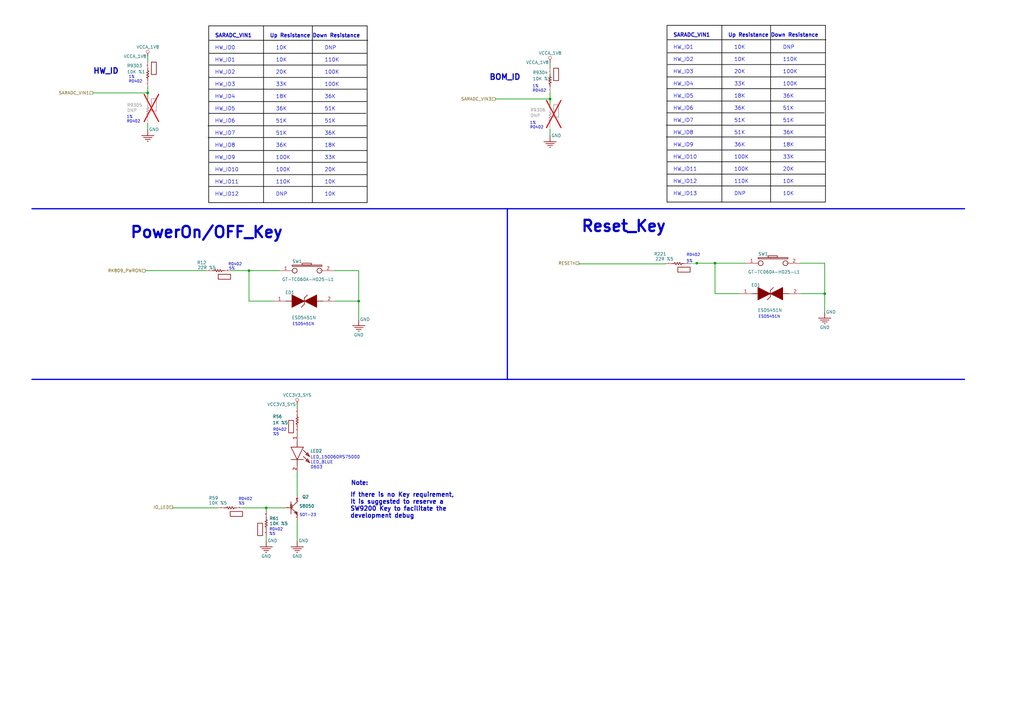
<source format=kicad_sch>
(kicad_sch (version 20230819) (generator eeschema)
  (paper "A3")
  (lib_symbols
    (symbol "cm3568 LPDDR4-altium-import:GND" (power)
      (property "Reference" "#PWR" (at 0 0 0))
      (property "Value" "GND" (at 0 6.35 0))
      (symbol "GND_0_0"
        (polyline (pts (xy -2.54 -2.54) (xy 2.54 -2.54)) (stroke (width 0.254)))
        (polyline (pts (xy -1.778 -3.302) (xy 1.778 -3.302)) (stroke (width 0.254)))
        (polyline (pts (xy -1.016 -4.064) (xy 1.016 -4.064)) (stroke (width 0.254)))
        (polyline (pts (xy -0.254 -4.826) (xy 0.254 -4.826)) (stroke (width 0.254)))
        (polyline (pts (xy 0 0) (xy 0 -2.54)) (stroke (width 0.254)))
        (pin power_in line (at 0 0 0) (length 0) (name "GND") (number ""))
      )
    )
    (symbol "cm3568 LPDDR4-altium-import:VCC3V3_SYS" (power)
      (property "Reference" "#PWR" (at 0 0 0))
      (property "Value" "VCC3V3_SYS" (at 0 3.81 0))
      (symbol "VCC3V3_SYS_0_0"
        (circle (center 0 -1.905) (radius 0.635) (stroke (width 0.127)))
        (polyline (pts (xy 0 0) (xy 0 -1.27)) (stroke (width 0.254)))
        (pin power_in line (at 0 0 0) (length 0) (name "VCC3V3_SYS") (number ""))
      )
    )
    (symbol "cm3568 LPDDR4-altium-import:VCCA_1V8" (power)
      (property "Reference" "#PWR" (at 0 0 0))
      (property "Value" "VCCA_1V8" (at 0 3.81 0))
      (symbol "VCCA_1V8_0_0"
        (circle (center 0 -1.905) (radius 0.635) (stroke (width 0.127)))
        (polyline (pts (xy 0 0) (xy 0 -1.27)) (stroke (width 0.254)))
        (pin power_in line (at 0 0 0) (length 0) (name "VCCA_1V8") (number ""))
      )
    )
    (symbol "cm3568 LPDDR4-altium-import:root_0_BTR04G03"
      (symbol "root_0_BTR04G03_1_0"
        (polyline (pts (xy -5.08 -2.54) (xy 0 0)) (stroke (width 0.254)))
        (polyline (pts (xy -5.08 0) (xy -7.62 0)) (stroke (width 0.254)))
        (polyline (pts (xy -5.08 2.54) (xy -5.08 -2.54)) (stroke (width 0.254)))
        (polyline (pts (xy -5.08 2.54) (xy 0 0)) (stroke (width 0.254)))
        (polyline (pts (xy 0 -1.27) (xy -1.27 -2.54)) (stroke (width 0.254)))
        (polyline (pts (xy 0 0) (xy 5.08 2.54)) (stroke (width 0.254)))
        (polyline (pts (xy 0 1.27) (xy 0 -1.27)) (stroke (width 0.254)))
        (polyline (pts (xy 0 1.27) (xy 1.27 2.54)) (stroke (width 0.254)))
        (polyline (pts (xy 5.08 -2.54) (xy 0 0)) (stroke (width 0.254)))
        (polyline (pts (xy 5.08 0) (xy 7.62 0)) (stroke (width 0.254)))
        (polyline (pts (xy 5.08 2.54) (xy 5.08 -2.54)) (stroke (width 0.254)))
        (polyline (pts (xy 0.254 0) (xy 5.08 2.54) (xy 5.08 -2.54) (xy 0.254 0)) (stroke (width -0.0001)) (fill (type outline)))
        (polyline (pts (xy -5.08 2.54) (xy -5.08 -2.54) (xy 0 0) (xy -5.08 2.54) (xy -5.08 2.54)) (stroke (width -0.0001)) (fill (type outline)))
        (pin passive line (at -12.7 0 0) (length 5.08) (name "1") (number "1"))
        (pin passive line (at 12.7 0 180) (length 5.08) (name "2") (number "2"))
      )
    )
    (symbol "cm3568 LPDDR4-altium-import:root_0_GT_TC03B_H0H0_L1A"
      (symbol "root_0_GT_TC03B_H0H0_L1A_1_0"
        (circle (center -1.27 0) (radius 1) (stroke (width 0.254)))
        (rectangle (start 5.588 3.048) (end 1.778 2.286) (stroke (width 0.254)))
        (circle (center 8.89 0) (radius 1) (stroke (width 0.254)))
        (rectangle (start 9.906 2.286) (end -2.286 1.778) (stroke (width 0.254)))
        (pin passive line (at -7.5 0 0) (length 5.08) (name "1") (number "1"))
        (pin passive line (at 15 0 180) (length 5.08) (name "2") (number "2"))
      )
    )
    (symbol "cm3568 LPDDR4-altium-import:root_0_R0201_22R"
      (symbol "root_0_R0201_22R_1_0"
        (polyline (pts (xy 2.58 -0.04) (xy 1.564 -0.04) (xy 1.31 -0.548) (xy 0.802 0.468) (xy 0.294 -0.548) (xy -0.214 0.468) (xy -0.722 -0.548) (xy -1.23 0.468) (xy -1.484 -0.04) (xy -2.5 -0.04)) (stroke (width 0.254)))
        (rectangle (start 5.08 -1.524) (end 0 -3.556) (stroke (width 0.254)))
        (pin passive line (at -5.04 -0.04 0) (length 2.54) (name "1") (number "1"))
        (pin passive line (at 5.12 -0.04 180) (length 2.54) (name "2") (number "2"))
      )
    )
    (symbol "cm3568 LPDDR4-altium-import:root_0_SMD-TRANSISTORS-NPN-25V-500MW(SOT-23)"
      (symbol "root_0_SMD-TRANSISTORS-NPN-25V-500MW(SOT-23)_1_0"
        (polyline (pts (xy 0 -2.54) (xy 0 0)) (stroke (width 0.254)))
        (polyline (pts (xy 0 0) (xy 0 2.54)) (stroke (width 0.254)))
        (polyline (pts (xy 0 0) (xy 2.54 -2.54)) (stroke (width 0.254)))
        (polyline (pts (xy 0 0) (xy 2.54 2.54)) (stroke (width 0.254)))
        (polyline (pts (xy 2.54 -2.54) (xy 1.27 -1.905)) (stroke (width 0.254)))
        (polyline (pts (xy 2.54 -2.54) (xy 1.905 -1.27)) (stroke (width 0.254)))
        (text "B" (at -0.635 0 0) (effects (font (size 1.27 1.27)) (justify left bottom)))
        (text "C" (at 1.907 2.543 0) (effects (font (size 1.27 1.27)) (justify left bottom)))
        (text "E" (at 1.906 -3.177 0) (effects (font (size 1.27 1.27)) (justify left bottom)))
        (pin passive line (at -2.54 0 0) (length 2.54) (name "B") (number "1"))
        (pin passive line (at 2.54 -5.08 90) (length 2.54) (name "E") (number "2"))
        (pin passive line (at 2.54 5.08 270) (length 2.54) (name "C") (number "3"))
      )
    )
    (symbol "cm3568 LPDDR4-altium-import:root_1_R0402_10K"
      (symbol "root_1_R0402_10K_1_0"
        (polyline (pts (xy 0.04 2.58) (xy 0.04 1.564) (xy 0.548 1.31) (xy -0.468 0.802) (xy 0.548 0.294) (xy -0.468 -0.214) (xy 0.548 -0.722) (xy -0.468 -1.23) (xy 0.04 -1.484) (xy 0.04 -2.5)) (stroke (width 0.254)))
        (rectangle (start 3.556 5.08) (end 1.524 0) (stroke (width 0.254)))
        (pin passive line (at 0.04 -5.04 90) (length 2.54) (name "1") (number "1"))
        (pin passive line (at 0.04 5.12 270) (length 2.54) (name "2") (number "2"))
      )
    )
    (symbol "cm3568 LPDDR4-altium-import:root_1_R0402_NC"
      (symbol "root_1_R0402_NC_1_0"
        (polyline (pts (xy 0.04 2.58) (xy 0.04 1.564) (xy 0.548 1.31) (xy -0.468 0.802) (xy 0.548 0.294) (xy -0.468 -0.214) (xy 0.548 -0.722) (xy -0.468 -1.23) (xy 0.04 -1.484) (xy 0.04 -2.5)) (stroke (width 0.254)))
        (rectangle (start 3.556 5.08) (end 1.524 0) (stroke (width 0.254)))
        (pin passive line (at 0.04 -5.04 90) (length 2.54) (name "1") (number "1"))
        (pin passive line (at 0.04 5.12 270) (length 2.54) (name "2") (number "2"))
      )
    )
    (symbol "cm3568 LPDDR4-altium-import:root_1_mirrored_150060RS75000"
      (symbol "root_1_mirrored_150060RS75000_1_0"
        (polyline (pts (xy -2.54 10.16) (xy 0 5.08)) (stroke (width 0.254)))
        (polyline (pts (xy 0 2.54) (xy 0 5.08)) (stroke (width 0.254)))
        (polyline (pts (xy 0 5.08) (xy 2.54 10.16)) (stroke (width 0.254)))
        (polyline (pts (xy 0 10.16) (xy 0 12.7)) (stroke (width 0.254)))
        (polyline (pts (xy 2.54 5.08) (xy -2.54 5.08)) (stroke (width 0.254)))
        (polyline (pts (xy 2.54 6.35) (xy 5.08 3.81)) (stroke (width 0.254)))
        (polyline (pts (xy 2.54 8.89) (xy 5.08 6.35)) (stroke (width 0.254)))
        (polyline (pts (xy 2.54 10.16) (xy -2.54 10.16)) (stroke (width 0.254)))
        (polyline (pts (xy 3.556 4.572) (xy 5.08 3.81)) (stroke (width 0.254)))
        (polyline (pts (xy 3.556 7.112) (xy 5.08 6.35)) (stroke (width 0.254)))
        (polyline (pts (xy 4.318 5.334) (xy 3.556 4.572)) (stroke (width 0.254)))
        (polyline (pts (xy 4.318 7.874) (xy 3.556 7.112)) (stroke (width 0.254)))
        (polyline (pts (xy 5.08 3.81) (xy 4.318 5.334)) (stroke (width 0.254)))
        (polyline (pts (xy 5.08 6.35) (xy 4.318 7.874)) (stroke (width 0.254)))
        (pin passive line (at 0 15.24 270) (length 2.54) (name "A") (number "1"))
        (pin passive line (at 0 0 90) (length 2.54) (name "K") (number "2"))
      )
    )
    (symbol "cm3568 LPDDR4-altium-import:root_3_R0201_22R"
      (symbol "root_3_R0201_22R_1_0"
        (rectangle (start -1.524 0) (end -3.556 -5.08) (stroke (width 0.254)))
        (polyline (pts (xy -0.04 -2.58) (xy -0.04 -1.564) (xy -0.548 -1.31) (xy 0.468 -0.802) (xy -0.548 -0.294) (xy 0.468 0.214) (xy -0.548 0.722) (xy 0.468 1.23) (xy -0.04 1.484) (xy -0.04 2.5)) (stroke (width 0.254)))
        (pin passive line (at -0.04 5.04 270) (length 2.54) (name "1") (number "1"))
        (pin passive line (at -0.04 -5.12 90) (length 2.54) (name "2") (number "2"))
      )
    )
  )
  (junction (at 102.132 111.008))
  (junction (at 285.7615 107.95))
  (junction (at 225.6 40.6))
  (junction (at 293.25 107.95))
  (junction (at 147.132 123.508))
  (junction (at 338.25 120.45))
  (junction (at 109.192 208.29))
  (junction (at 60.6 38.1))
  (polyline (pts (xy 273.53 46.278) (xy 338.046 46.278)) (stroke (width 0.254) (type solid) (color 0 0 0 1)))
  (polyline (pts (xy 273.53 36.372) (xy 338.554 36.372)) (stroke (width 0.254) (type solid) (color 0 0 0 1)))
  (wire (pts (xy 137.532 123.508) (xy 147.132 123.508)) (stroke (width 0.254)))
  (wire (pts (xy 225.6 42.94) (xy 225.6 40.6)) (stroke (width 0.254)))
  (polyline (pts (xy 273.784 21.64) (xy 338.554 21.64)) (stroke (width 0.254) (type solid) (color 0 0 0 1)))
  (wire (pts (xy 102.132 111.008) (xy 114.632 111.008)) (stroke (width 0.254)))
  (polyline (pts (xy 296.06 10.386) (xy 296.06 82.886)) (stroke (width 0.254) (type solid) (color 0 0 0 1)))
  (wire (pts (xy 89.38 208.29) (xy 70.874 208.29)) (stroke (width 0.254)))
  (polyline (pts (xy 273.784 16.306) (xy 338.808 16.306)) (stroke (width 0.254) (type solid) (color 0 0 0 1)))
  (wire (pts (xy 338.25 107.95) (xy 338.25 120.45)) (stroke (width 0.254)))
  (wire (pts (xy 338.25 120.45) (xy 338.25 127.95)) (stroke (width 0.254)))
  (wire (pts (xy 84.472 111.008) (xy 59.632 111.008)) (stroke (width 0.254)))
  (polyline (pts (xy 85.824 21.854) (xy 150.594 21.854)) (stroke (width 0.254) (type solid) (color 0 0 0 1)))
  (wire (pts (xy 70.874 208.29) (xy 70.874 208.036)) (stroke (width 0.254)))
  (wire (pts (xy 147.132 111.008) (xy 147.132 123.508)) (stroke (width 0.254)))
  (polyline (pts (xy 13.1 155.6) (xy 395.6 155.6)) (stroke (width 0.508) (type solid) (color 0 0 255 1)))
  (wire (pts (xy 109.192 208.29) (xy 116.812 208.29)) (stroke (width 0.254)))
  (wire (pts (xy 60.6 40.44) (xy 60.6 38.1)) (stroke (width 0.254)))
  (wire (pts (xy 60.6 38.1) (xy 38.1 38.1)) (stroke (width 0.254)))
  (wire (pts (xy 60.6 38.1) (xy 60.6 35.6)) (stroke (width 0.254)))
  (polyline (pts (xy 85.57 41.666) (xy 150.34 41.666)) (stroke (width 0.254) (type solid) (color 0 0 0 1)))
  (polyline (pts (xy 273.53 31.546) (xy 338.554 31.546)) (stroke (width 0.254) (type solid) (color 0 0 0 1)))
  (wire (pts (xy 225.6 40.6) (xy 225.6 38.1)) (stroke (width 0.254)))
  (wire (pts (xy 225.6 25.6) (xy 225.6 27.94)) (stroke (width 0.254)))
  (wire (pts (xy 225.6 40.6) (xy 203.1 40.6)) (stroke (width 0.254)))
  (polyline (pts (xy 208.1 85.6) (xy 208.1 155.6)) (stroke (width 0.508) (type solid) (color 0 0 255 1)))
  (wire (pts (xy 225.6 55.6) (xy 225.6 53.1)) (stroke (width 0.254)))
  (wire (pts (xy 293.25 107.95) (xy 305.75 107.95)) (stroke (width 0.254)))
  (wire (pts (xy 328.25 107.95) (xy 338.25 107.95)) (stroke (width 0.254)))
  (polyline (pts (xy 85.57 46.492) (xy 150.086 46.492)) (stroke (width 0.254) (type solid) (color 0 0 0 1)))
  (wire (pts (xy 109.192 209.56) (xy 109.192 208.29)) (stroke (width 0.254)))
  (wire (pts (xy 237.49 108.214) (xy 272.94 108.214)) (stroke (width 0.254)))
  (wire (pts (xy 328.65 120.45) (xy 338.25 120.45)) (stroke (width 0.254)))
  (wire (pts (xy 121.892 193.558) (xy 121.892 203.21)) (stroke (width 0.254)))
  (polyline (pts (xy 85.57 71.638) (xy 150.594 71.638)) (stroke (width 0.254) (type solid) (color 0 0 0 1)))
  (polyline (pts (xy 85.316 56.398) (xy 150.34 56.398)) (stroke (width 0.254) (type solid) (color 0 0 0 1)))
  (polyline (pts (xy 273.784 26.466) (xy 338.3 26.466)) (stroke (width 0.254) (type solid) (color 0 0 0 1)))
  (polyline (pts (xy 85.57 36.586) (xy 150.594 36.586)) (stroke (width 0.254) (type solid) (color 0 0 0 1)))
  (polyline (pts (xy 273.784 66.344) (xy 338.3 66.344)) (stroke (width 0.254) (type solid) (color 0 0 0 1)))
  (polyline (pts (xy 273.276 51.358) (xy 338.3 51.358)) (stroke (width 0.254) (type solid) (color 0 0 0 1)))
  (wire (pts (xy 285.7615 107.95) (xy 293.25 107.95)) (stroke (width 0.254)))
  (polyline (pts (xy 273.53 76.25) (xy 338.554 76.25)) (stroke (width 0.254) (type solid) (color 0 0 0 1)))
  (wire (pts (xy 94.632 111.008) (xy 102.132 111.008)) (stroke (width 0.254)))
  (polyline (pts (xy 108.1 10.6) (xy 108.1 83.1)) (stroke (width 0.254) (type solid) (color 0 0 0 1)))
  (polyline (pts (xy 85.316 51.572) (xy 150.34 51.572)) (stroke (width 0.254) (type solid) (color 0 0 0 1)))
  (polyline (pts (xy 273.53 41.452) (xy 338.3 41.452)) (stroke (width 0.254) (type solid) (color 0 0 0 1)))
  (wire (pts (xy 272.94 108.214) (xy 272.94 108.1)) (stroke (width 0.254)))
  (wire (pts (xy 109.192 219.72) (xy 109.192 221.752)) (stroke (width 0.254)))
  (polyline (pts (xy 85.824 16.52) (xy 150.848 16.52)) (stroke (width 0.254) (type solid) (color 0 0 0 1)))
  (wire (pts (xy 121.892 213.37) (xy 121.892 221.752)) (stroke (width 0.254)))
  (wire (pts (xy 147.132 123.508) (xy 147.132 131.008)) (stroke (width 0.254)))
  (wire (pts (xy 112.132 123.508) (xy 102.132 123.508)) (stroke (width 0.254)))
  (wire (pts (xy 60.6 53.1) (xy 60.6 50.6)) (stroke (width 0.254)))
  (polyline (pts (xy 273.276 56.184) (xy 338.3 56.184)) (stroke (width 0.254) (type solid) (color 0 0 0 1)))
  (polyline (pts (xy 316.06 10.386) (xy 316.06 82.886)) (stroke (width 0.254) (type solid) (color 0 0 0 1)))
  (wire (pts (xy 303.25 120.45) (xy 293.25 120.45)) (stroke (width 0.254)))
  (polyline (pts (xy 128.1 10.6) (xy 128.1 83.1)) (stroke (width 0.254) (type solid) (color 0 0 0 1)))
  (wire (pts (xy 121.892 177.556) (xy 121.892 178.318)) (stroke (width 0.254)))
  (wire (pts (xy 237.49 107.95) (xy 237.49 108.214)) (stroke (width 0.254)))
  (wire (pts (xy 60.6 23.1) (xy 60.6 25.44)) (stroke (width 0.254)))
  (wire (pts (xy 283.1 108.1) (xy 285.7615 108.1)))
  (polyline (pts (xy 85.824 26.68) (xy 150.34 26.68)) (stroke (width 0.254) (type solid) (color 0 0 0 1)))
  (wire (pts (xy 109.192 208.29) (xy 99.54 208.29)) (stroke (width 0.254)))
  (wire (pts (xy 285.75 107.95) (xy 285.7615 107.95)) (stroke (width 0.254)))
  (polyline (pts (xy 85.57 31.76) (xy 150.594 31.76)) (stroke (width 0.254) (type solid) (color 0 0 0 1)))
  (wire (pts (xy 137.132 111.008) (xy 147.132 111.008)) (stroke (width 0.254)))
  (polyline (pts (xy 85.824 61.732) (xy 150.594 61.732)) (stroke (width 0.254) (type solid) (color 0 0 0 1)))
  (wire (pts (xy 285.7615 108.1) (xy 285.7615 107.95)))
  (polyline (pts (xy 85.824 66.558) (xy 150.34 66.558)) (stroke (width 0.254) (type solid) (color 0 0 0 1)))
  (wire (pts (xy 121.892 165.872) (xy 121.892 167.396)) (stroke (width 0.254)))
  (polyline (pts (xy 273.53 71.424) (xy 338.554 71.424)) (stroke (width 0.254) (type solid) (color 0 0 0 1)))
  (polyline (pts (xy 13.1 85.6) (xy 395.6 85.6)) (stroke (width 0.508) (type solid) (color 0 0 255 1)))
  (wire (pts (xy 102.132 123.508) (xy 102.132 111.008)) (stroke (width 0.254)))
  (polyline (pts (xy 85.57 76.464) (xy 150.594 76.464)) (stroke (width 0.254) (type solid) (color 0 0 0 1)))
  (wire (pts (xy 293.25 120.45) (xy 293.25 107.95)) (stroke (width 0.254)))
  (polyline (pts (xy 273.784 61.518) (xy 338.554 61.518)) (stroke (width 0.254) (type solid) (color 0 0 0 1)))
  (polyline (pts (xy 150.6 10.6) (xy 85.6 10.6) (xy 85.6 83.1) (xy 150.6 83.1) (xy 150.6 10.6)) (stroke (width 0.254) (type solid) (color 0 0 0 1)))
  (polyline (pts (xy 338.56 10.386) (xy 273.56 10.386) (xy 273.56 82.886) (xy 338.56 82.886) (xy 338.56 10.386)) (stroke (width 0.254) (type solid) (color 0 0 0 1)))
  (text_box "1%\nR0402\n" (at 59.3538 29.8696 0) (size -7.5 5.64) (stroke (width -0.0001) (color 0 0 0 1)) (effects (font (size 1.143 1.143)) (justify left top)))
  (text_box "If there is no Key requirement,\nIt is suggested to reserve a\nSW9200 Key to facilitate the\ndevelopment debug" (at 142.24 200.406 0) (size 52.682 15.418) (stroke (width -0.0001) (color 0 0 0 1)) (effects (font (size 1.778 1.778) bold) (justify left top)))
  (text_box "SOT-23\n" (at 121.92 209.55 0) (size 6.152 2.184) (stroke (width -0.0001) (color 0 0 0 1)) (effects (font (size 1.143 1.143)) (justify left top)))
  (text_box "R0402\n" (at 280.67 102.87 0) (size 5.602 3.07) (stroke (width -0.0001) (color 0 0 0 1)) (effects (font (size 1.143 1.143)) (justify left top)))
  (text_box "ESD5451N" (at 310.1971 128.1801 0) (size 14.182 0.482) (stroke (width -0.0001) (color 0 0 0 1)) (effects (font (size 1.143 1.143)) (justify left top)))
  (text_box "R0402\n%5\n" (at 111.0588 174.5481 0) (size 0.198 8.534) (stroke (width -0.0001) (color 0 0 0 1)) (effects (font (size 1.143 1.143)) (justify left top)))
  (text_box "R0402\n%5\n" (at 109.5393 215.4352 0) (size 6.152 2.184) (stroke (width -0.0001) (color 0 0 0 1)) (effects (font (size 1.143 1.143)) (justify left top)))
  (text_box "R0402\n%5\n" (at 96.9354 202.9775 0) (size 6.152 2.184) (stroke (width -0.0001) (color 0 0 0 1)) (effects (font (size 1.143 1.143)) (justify left top)))
  (text_box "1%\nR0402\n" (at 216.437 48.7096 0) (size 7.5 5.64) (stroke (width -0.0001) (color 0 0 0 1)) (effects (font (size 1.143 1.143)) (justify left top)))
  (text_box "5%\n\n" (at 92.9627 108.4224 0) (size 3.184 2.612) (stroke (width -0.0001) (color 0 0 0 1)) (effects (font (size 1.143 1.143)) (justify left top)))
  (text_box "LED_150060RS75000\nLED_BLUE\n0603" (at 126.3494 185.6677 0) (size 23.54 9) (stroke (width -0.0001) (color 0 0 0 1)) (effects (font (size 1.27 1.27)) (justify left top)))
  (text_box "1%\nR0402\n" (at 217.5121 33.6578 0) (size 7.5 5.64) (stroke (width -0.0001) (color 0 0 0 1)) (effects (font (size 1.143 1.143)) (justify left top)))
  (text_box "ESD5451N" (at 119.0791 131.2381 0) (size 14.182 0.482) (stroke (width -0.0001) (color 0 0 0 1)) (effects (font (size 1.143 1.143)) (justify left top)))
  (text_box "1%\nR0402\n" (at 51.0413 46.2599 0) (size 7.5 5.64) (stroke (width -0.0001) (color 0 0 0 1)) (effects (font (size 1.143 1.143)) (justify left top)))
  (text_box "Note:" (at 152.4 195.58 0) (size -9.906 4.492) (stroke (width -0.0001) (color 0 0 0 1)) (effects (font (size 1.778 1.778) bold) (justify left top)))
  (text_box "R0402\n" (at 92.71 106.68 0) (size 6.152 2.184) (stroke (width -0.0001) (color 0 0 0 1)) (effects (font (size 1.143 1.143)) (justify left top)))
  (text_box "5%\n\n" (at 280.67 105.41 0) (size 3.184 2.612) (stroke (width -0.0001) (color 0 0 0 1)) (effects (font (size 1.143 1.143)) (justify left top)))
  (text "HW_ID2" (at 276.06 25.386 0) (effects (font (size 1.524 1.524)) (justify left bottom)))
  (text "10K" (at 113.1 20.6 0) (effects (font (size 1.524 1.524)) (justify left bottom)))
  (text "51K" (at 133.1 50.6 0) (effects (font (size 1.524 1.524)) (justify left bottom)))
  (text "33K" (at 133.1 65.6 0) (effects (font (size 1.524 1.524)) (justify left bottom)))
  (text "51K" (at 301.06 55.386 0) (effects (font (size 1.524 1.524)) (justify left bottom)))
  (text "51K" (at 321.06 50.386 0) (effects (font (size 1.524 1.524)) (justify left bottom)))
  (text "10K" (at 321.06 75.386 0) (effects (font (size 1.524 1.524)) (justify left bottom)))
  (text "100K" (at 113.1 70.6 0) (effects (font (size 1.524 1.524)) (justify left bottom)))
  (text "36K" (at 113.1 45.6 0) (effects (font (size 1.524 1.524)) (justify left bottom)))
  (text "Up Resistance" (at 110.6 15.6 0) (effects (font (size 1.524 1.524) bold) (justify left bottom)))
  (text "18K" (at 301.06 40.386 0) (effects (font (size 1.524 1.524)) (justify left bottom)))
  (text "36K" (at 321.06 55.386 0) (effects (font (size 1.524 1.524)) (justify left bottom)))
  (text "18K" (at 133.1 60.6 0) (effects (font (size 1.524 1.524)) (justify left bottom)))
  (text "20K" (at 133.1 70.6 0) (effects (font (size 1.524 1.524)) (justify left bottom)))
  (text "18K" (at 113.1 40.6 0) (effects (font (size 1.524 1.524)) (justify left bottom)))
  (text "33K" (at 301.06 35.386 0) (effects (font (size 1.524 1.524)) (justify left bottom)))
  (text "HW_ID11" (at 88.1 75.6 0) (effects (font (size 1.524 1.524)) (justify left bottom)))
  (text "HW_ID6" (at 276.06 45.386 0) (effects (font (size 1.524 1.524)) (justify left bottom)))
  (text "33K" (at 113.1 35.6 0) (effects (font (size 1.524 1.524)) (justify left bottom)))
  (text "DNP" (at 321.06 20.386 0) (effects (font (size 1.524 1.524)) (justify left bottom)))
  (text "HW_ID" (at 38.1 30.6 0) (effects (font (size 2.286 2.286) bold) (justify left bottom)))
  (text "HW_ID13" (at 276.06 80.386 0) (effects (font (size 1.524 1.524)) (justify left bottom)))
  (text "36K" (at 113.1 60.6 0) (effects (font (size 1.524 1.524)) (justify left bottom)))
  (text "SARADC_VIN1" (at 88.1 15.6 0) (effects (font (size 1.524 1.524) bold) (justify left bottom)))
  (text "HW_ID8" (at 88.1 60.6 0) (effects (font (size 1.524 1.524)) (justify left bottom)))
  (text "PowerOn/OFF_Key" (at 53.1 98.1 0) (effects (font (size 4.572 4.572) bold) (justify left bottom)))
  (text "Down Resistance" (at 316.06 15.386 0) (effects (font (size 1.524 1.524) bold) (justify left bottom)))
  (text "100K" (at 321.06 35.386 0) (effects (font (size 1.524 1.524)) (justify left bottom)))
  (text "BOM_ID" (at 200.6 33.1 0) (effects (font (size 2.286 2.286) bold) (justify left bottom)))
  (text "HW_ID10" (at 88.1 70.6 0) (effects (font (size 1.524 1.524)) (justify left bottom)))
  (text "100K" (at 321.06 30.386 0) (effects (font (size 1.524 1.524)) (justify left bottom)))
  (text "HW_ID4" (at 276.06 35.386 0) (effects (font (size 1.524 1.524)) (justify left bottom)))
  (text "10K" (at 133.1 75.6 0) (effects (font (size 1.524 1.524)) (justify left bottom)))
  (text "100K" (at 133.1 30.6 0) (effects (font (size 1.524 1.524)) (justify left bottom)))
  (text "110K" (at 301.06 75.386 0) (effects (font (size 1.524 1.524)) (justify left bottom)))
  (text "DNP" (at 113.1 80.6 0) (effects (font (size 1.524 1.524)) (justify left bottom)))
  (text "18K" (at 321.06 60.386 0) (effects (font (size 1.524 1.524)) (justify left bottom)))
  (text "HW_ID12" (at 88.1 80.6 0) (effects (font (size 1.524 1.524)) (justify left bottom)))
  (text "HW_ID3" (at 276.06 30.386 0) (effects (font (size 1.524 1.524)) (justify left bottom)))
  (text "51K" (at 301.06 50.386 0) (effects (font (size 1.524 1.524)) (justify left bottom)))
  (text "20K" (at 301.06 30.386 0) (effects (font (size 1.524 1.524)) (justify left bottom)))
  (text "20K" (at 321.06 70.386 0) (effects (font (size 1.524 1.524)) (justify left bottom)))
  (text "HW_ID10" (at 276.06 65.386 0) (effects (font (size 1.524 1.524)) (justify left bottom)))
  (text "DNP" (at 301.06 80.386 0) (effects (font (size 1.524 1.524)) (justify left bottom)))
  (text "36K" (at 133.1 40.6 0) (effects (font (size 1.524 1.524)) (justify left bottom)))
  (text "100K" (at 301.06 65.386 0) (effects (font (size 1.524 1.524)) (justify left bottom)))
  (text "Down Resistance" (at 128.1 15.6 0) (effects (font (size 1.524 1.524) bold) (justify left bottom)))
  (text "36K" (at 301.06 60.386 0) (effects (font (size 1.524 1.524)) (justify left bottom)))
  (text "HW_ID6" (at 88.1 50.6 0) (effects (font (size 1.524 1.524)) (justify left bottom)))
  (text "36K" (at 301.06 45.386 0) (effects (font (size 1.524 1.524)) (justify left bottom)))
  (text "HW_ID3" (at 88.1 35.6 0) (effects (font (size 1.524 1.524)) (justify left bottom)))
  (text "DNP" (at 133.1 20.6 0) (effects (font (size 1.524 1.524)) (justify left bottom)))
  (text "HW_ID11" (at 276.06 70.386 0) (effects (font (size 1.524 1.524)) (justify left bottom)))
  (text "HW_ID9" (at 276.06 60.386 0) (effects (font (size 1.524 1.524)) (justify left bottom)))
  (text "HW_ID4" (at 88.1 40.6 0) (effects (font (size 1.524 1.524)) (justify left bottom)))
  (text "36K" (at 133.1 55.6 0) (effects (font (size 1.524 1.524)) (justify left bottom)))
  (text "10K" (at 301.06 20.386 0) (effects (font (size 1.524 1.524)) (justify left bottom)))
  (text "51K" (at 113.1 55.6 0) (effects (font (size 1.524 1.524)) (justify left bottom)))
  (text "HW_ID1" (at 88.1 25.6 0) (effects (font (size 1.524 1.524)) (justify left bottom)))
  (text "HW_ID5" (at 88.1 45.6 0) (effects (font (size 1.524 1.524)) (justify left bottom)))
  (text "HW_ID0" (at 88.1 20.6 0) (effects (font (size 1.524 1.524)) (justify left bottom)))
  (text "36K" (at 321.06 40.386 0) (effects (font (size 1.524 1.524)) (justify left bottom)))
  (text "Up Resistance" (at 298.56 15.386 0) (effects (font (size 1.524 1.524) bold) (justify left bottom)))
  (text "SARADC_VIN1" (at 276.06 15.386 0) (effects (font (size 1.524 1.524) bold) (justify left bottom)))
  (text "110K" (at 113.1 75.6 0) (effects (font (size 1.524 1.524)) (justify left bottom)))
  (text "HW_ID9" (at 88.1 65.6 0) (effects (font (size 1.524 1.524)) (justify left bottom)))
  (text "100K" (at 113.1 65.6 0) (effects (font (size 1.524 1.524)) (justify left bottom)))
  (text "HW_ID8" (at 276.06 55.386 0) (effects (font (size 1.524 1.524)) (justify left bottom)))
  (text "100K" (at 301.06 70.386 0) (effects (font (size 1.524 1.524)) (justify left bottom)))
  (text "51K" (at 321.06 45.386 0) (effects (font (size 1.524 1.524)) (justify left bottom)))
  (text "10K" (at 321.06 80.386 0) (effects (font (size 1.524 1.524)) (justify left bottom)))
  (text "HW_ID12" (at 276.06 75.386 0) (effects (font (size 1.524 1.524)) (justify left bottom)))
  (text "33K" (at 321.06 65.386 0) (effects (font (size 1.524 1.524)) (justify left bottom)))
  (text "HW_ID5" (at 276.06 40.386 0) (effects (font (size 1.524 1.524)) (justify left bottom)))
  (text "HW_ID2" (at 88.1 30.6 0) (effects (font (size 1.524 1.524)) (justify left bottom)))
  (text "110K" (at 321.06 25.386 0) (effects (font (size 1.524 1.524)) (justify left bottom)))
  (text "51K" (at 133.1 45.6 0) (effects (font (size 1.524 1.524)) (justify left bottom)))
  (text "110K" (at 133.1 25.6 0) (effects (font (size 1.524 1.524)) (justify left bottom)))
  (text "HW_ID7" (at 276.06 50.386 0) (effects (font (size 1.524 1.524)) (justify left bottom)))
  (text "10K" (at 301.06 25.386 0) (effects (font (size 1.524 1.524)) (justify left bottom)))
  (text "100K" (at 133.1 35.6 0) (effects (font (size 1.524 1.524)) (justify left bottom)))
  (text "10K" (at 113.1 25.6 0) (effects (font (size 1.524 1.524)) (justify left bottom)))
  (text "51K" (at 113.1 50.6 0) (effects (font (size 1.524 1.524)) (justify left bottom)))
  (text "HW_ID7" (at 88.1 55.6 0) (effects (font (size 1.524 1.524)) (justify left bottom)))
  (text "Reset_Key" (at 238.1 95.6 0) (effects (font (size 4.572 4.572) bold) (justify left bottom)))
  (text "10K" (at 133.1 80.6 0) (effects (font (size 1.524 1.524)) (justify left bottom)))
  (text "HW_ID1" (at 276.06 20.386 0) (effects (font (size 1.524 1.524)) (justify left bottom)))
  (text "20K" (at 113.1 30.6 0) (effects (font (size 1.524 1.524)) (justify left bottom)))
  (hierarchical_label "SARADC_VIN1" (shape passive) (at 38.1 38.1 180))
  (hierarchical_label "SARADC_VIN3" (shape passive) (at 203.1 40.6 180))
  (hierarchical_label "IO_LED" (shape passive) (at 70.874 208.036 180))
  (hierarchical_label "RESETn" (shape passive) (at 237.49 107.95 180))
  (hierarchical_label "RK809_PWRON" (shape passive) (at 59.632 111.008 180))
  (symbol (lib_id "cm3568 LPDDR4-altium-import:root_0_R0201_22R") (at 89.512 110.968 0) (unit 1)
    (property "Reference" "R12" (at 80.772 108.458 0) (effects (justify left bottom)))
    (property "Value" "22R %5" (at 81.026 110.49 0) (effects (justify left bottom)))
    (property "Footprint" "Resistor_SMD:R_0402_1005Metric" (effects hide))
    (instances (project "cm3568 LPDDR4" (path "" (reference "R12") (unit 1))) (project "CM3568" (path "" (reference "R96") (unit 1))))
  )
  (symbol (lib_id "cm3568 LPDDR4-altium-import:root_0_R0201_22R") (at 277.98 108.06 0) (unit 1)
    (property "Reference" "R221" (at 268.224 104.902 0) (effects (justify left bottom)))
    (property "Value" "22R %5" (at 268.732 106.934 0) (effects (justify left bottom)))
    (property "Footprint" "Resistor_SMD:R_0402_1005Metric" (effects hide))
    (instances (project "cm3568 LPDDR4" (path "" (reference "R221") (unit 1))) (project "CM3568" (path "" (reference "R102") (unit 1))))
  )
  (symbol (lib_id "cm3568 LPDDR4-altium-import:root_1_R0402_10K") (at 225.56 33.06 0) (unit 1)
    (property "Reference" "R9304" (at 218.44 30.48 0) (effects (justify left bottom)))
    (property "Value" "10K %1" (at 218.44 33.02 0) (effects (justify left bottom)))
    (property "Footprint" "Resistor_SMD:R_0402_1005Metric" (effects hide))
    (instances (project "cm3568 LPDDR4" (path "" (reference "R9304") (unit 1))) (project "CM3568" (path "" (reference "R100") (unit 1))))
  )
  (symbol (lib_id "cm3568 LPDDR4-altium-import:GND") (at 109.192 221.752 0) (unit 1)
    (property "Reference" "#PWR?" (effects hide))
    (property "Value" "GND" (at 109.192 228.102 0))
    (instances (project "cm3568 LPDDR4" (path "" (reference "#PWR?") (unit 1))) (project "CM3568" (path "" (reference "#PWR0494") (unit 1))))
  )
  (symbol (lib_id "cm3568 LPDDR4-altium-import:GND") (at 147.132 131.008 0) (unit 1)
    (property "Reference" "#PWR?" (effects hide))
    (property "Value" "GND" (at 147.132 137.358 0))
    (instances (project "cm3568 LPDDR4" (path "" (reference "#PWR?") (unit 1))) (project "CM3568" (path "" (reference "#PWR0497") (unit 1))))
  )
  (symbol (lib_id "cm3568 LPDDR4-altium-import:root_0_R0201_22R") (at 94.42 208.25 0) (unit 1)
    (property "Reference" "R59" (at 85.598 204.978 0) (effects (justify left bottom)))
    (property "Value" "10K %5" (at 85.598 207.01 0) (effects (justify left bottom)))
    (property "Footprint" "Resistor_SMD:R_0402_1005Metric" (effects hide))
    (instances (project "cm3568 LPDDR4" (path "" (reference "R59") (unit 1))) (project "CM3568" (path "" (reference "R97") (unit 1))))
  )
  (symbol (lib_id "cm3568 LPDDR4-altium-import:root_3_R0201_22R") (at 109.232 214.6 0) (unit 1)
    (property "Reference" "R61" (at 110.49 213.36 0) (effects (justify left bottom)))
    (property "Value" "10K %5" (at 110.554 215.4499 0) (effects (justify left bottom)))
    (property "Footprint" "Resistor_SMD:R_0402_1005Metric" (effects hide))
    (instances (project "cm3568 LPDDR4" (path "" (reference "R61") (unit 1))) (project "CM3568" (path "" (reference "R98") (unit 1))))
  )
  (symbol (lib_id "cm3568 LPDDR4-altium-import:root_1_R0402_NC") (at 60.56 45.56 0) (unit 1) (dnp yes)
    (property "Reference" "R9305" (at 52.0467 43.8454 0) (effects (justify left bottom)))
    (property "Value" "DNP" (at 52.0889 45.9843 0) (effects (justify left bottom)))
    (property "Footprint" "Resistor_SMD:R_0402_1005Metric" (effects hide))
    (property "MPN" "DNP" (effects hide))
    (instances (project "cm3568 LPDDR4" (path "" (reference "R9305") (unit 1))) (project "CM3568" (path "" (reference "R95") (unit 1))))
  )
  (symbol (lib_id "cm3568 LPDDR4-altium-import:root_0_GT_TC03B_H0H0_L1A") (at 313.25 107.95 0) (unit 1)
    (property "Reference" "SW1" (at 310.964 104.902 0) (effects (justify left bottom)))
    (property "Value" "GT-TC060A-H025-L1" (at 306.78 112.268 0) (effects (justify left bottom)))
    (property "Footprint" "Switch:GT-TC060A-H025-L1" (effects hide))
    (property "MPN" "GT-TC060A-H025-L1" (effects hide))
    (instances (project "cm3568 LPDDR4" (path "" (reference "SW1") (unit 1))) (project "CM3568" (path "" (reference "SW2") (unit 1))))
  )
  (symbol (lib_id "cm3568 LPDDR4-altium-import:root_1_R0402_10K") (at 60.56 30.56 0) (unit 1)
    (property "Reference" "R9303" (at 52.0338 27.6756 0) (effects (justify left bottom)))
    (property "Value" "10K %1" (at 52.0338 30.2156 0) (effects (justify left bottom)))
    (property "Footprint" "Resistor_SMD:R_0402_1005Metric" (effects hide))
    (instances (project "cm3568 LPDDR4" (path "" (reference "R9303") (unit 1))) (project "CM3568" (path "" (reference "R94") (unit 1))))
  )
  (symbol (lib_id "cm3568 LPDDR4-altium-import:root_1_R0402_NC") (at 225.56 48.06 0) (unit 1) (dnp yes)
    (property "Reference" "R9306" (at 217.4294 45.8151 0) (effects (justify left bottom)))
    (property "Value" "DNP" (at 217.5121 48.1307 0) (effects (justify left bottom)))
    (property "Footprint" "Resistor_SMD:R_0402_1005Metric" (effects hide))
    (property "MPN" "DNP" (effects hide))
    (instances (project "cm3568 LPDDR4" (path "" (reference "R9306") (unit 1))) (project "CM3568" (path "" (reference "R101") (unit 1))))
  )
  (symbol (lib_id "cm3568 LPDDR4-altium-import:root_1_mirrored_150060RS75000") (at 121.892 193.558 0) (unit 1)
    (property "Reference" "LED2" (at 127.226 185.684 0) (effects (justify left bottom)))
    (property "Value" "150060RS75000" (effects hide))
    (property "Footprint" "LED_150060RS75000:LED_150060RS75000" (effects hide))
    (property "MPN" "150060RS75000" (effects hide))
  )
  (symbol (lib_id "cm3568 LPDDR4-altium-import:root_0_SMD-TRANSISTORS-NPN-25V-500MW(SOT-23)") (at 119.352 208.29 0) (unit 1)
    (property "Reference" "Q2" (at 123.924 204.48 0) (effects (justify left bottom)))
    (property "Value" "S8050" (at 122.709 208.287 0) (effects (justify left bottom)))
    (property "Footprint" "S8050 (SOT-23):S8050" (effects hide))
    (property "MPN" "S8050" (effects hide))
  )
  (symbol (lib_id "cm3568 LPDDR4-altium-import:GND") (at 121.892 221.752 0) (unit 1)
    (property "Reference" "#PWR?" (effects hide))
    (property "Value" "GND" (at 121.892 228.102 0))
    (instances (project "cm3568 LPDDR4" (path "" (reference "#PWR?") (unit 1))) (project "CM3568" (path "" (reference "#PWR0496") (unit 1))))
  )
  (symbol (lib_id "cm3568 LPDDR4-altium-import:GND") (at 338.25 127.95 0) (unit 1)
    (property "Reference" "#PWR?" (effects hide))
    (property "Value" "GND" (at 338.25 134.3 0))
    (instances (project "cm3568 LPDDR4" (path "" (reference "#PWR?") (unit 1))) (project "CM3568" (path "" (reference "#PWR082") (unit 1))))
  )
  (symbol (lib_id "cm3568 LPDDR4-altium-import:GND") (at 225.6 55.6 0) (unit 1)
    (property "Reference" "#PWR?" (effects hide))
    (property "Value" "GND" (effects hide))
    (instances (project "cm3568 LPDDR4" (path "" (reference "#PWR?") (unit 1))) (project "CM3568" (path "" (reference "#PWR0499") (unit 1))))
  )
  (symbol (lib_id "cm3568 LPDDR4-altium-import:root_0_BTR04G03") (at 124.832 123.508 0) (unit 1)
    (property "Reference" "ED1" (at 116.958 120.714 0) (effects (justify left bottom)))
    (property "Value" "ESD5451N" (at 119.632 131.008 0) (effects (justify left bottom)))
    (property "Footprint" "ESD5451N:ESD0402" (effects hide))
    (property "MPN" "ESD5451N" (effects hide))
    (instances (project "cm3568 LPDDR4" (path "" (reference "ED1") (unit 1))) (project "CM3568" (path "" (reference "ED8") (unit 1))))
  )
  (symbol (lib_id "cm3568 LPDDR4-altium-import:VCCA_1V8") (at 60.6 23.1 180) (unit 1)
    (property "Reference" "#PWR?" (effects hide))
    (property "Value" "VCCA_1V8" (at 60.6 19.29 0))
    (instances (project "cm3568 LPDDR4" (path "" (reference "#PWR?") (unit 1))) (project "CM3568" (path "" (reference "#PWR0492") (unit 1))))
  )
  (symbol (lib_id "cm3568 LPDDR4-altium-import:VCC3V3_SYS") (at 121.892 165.872 180) (unit 1)
    (property "Reference" "#PWR?" (effects hide))
    (property "Value" "VCC3V3_SYS" (at 121.892 162.062 0))
    (instances (project "cm3568 LPDDR4" (path "" (reference "#PWR?") (unit 1))) (project "CM3568" (path "" (reference "#PWR0495") (unit 1))))
  )
  (symbol (lib_id "cm3568 LPDDR4-altium-import:GND") (at 60.6 53.1 0) (unit 1)
    (property "Reference" "#PWR?" (effects hide))
    (property "Value" "GND" (effects hide))
    (instances (project "cm3568 LPDDR4" (path "" (reference "#PWR?") (unit 1))) (project "CM3568" (path "" (reference "#PWR0493") (unit 1))))
  )
  (symbol (lib_id "cm3568 LPDDR4-altium-import:root_0_BTR04G03") (at 315.95 120.45 0) (unit 1)
    (property "Reference" "ED1" (at 308.076 117.656 0) (effects (justify left bottom)))
    (property "Value" "ESD5451N" (at 310.75 127.95 0) (effects (justify left bottom)))
    (property "Footprint" "ESD5451N:ESD0402" (effects hide))
    (property "MPN" "ESD5451N" (effects hide))
    (instances (project "cm3568 LPDDR4" (path "" (reference "ED1") (unit 1))) (project "CM3568" (path "" (reference "ED9") (unit 1))))
  )
  (symbol (lib_id "cm3568 LPDDR4-altium-import:root_0_GT_TC03B_H0H0_L1A") (at 122.132 111.008 0) (unit 1)
    (property "Reference" "SW1" (at 119.846 107.96 0) (effects (justify left bottom)))
    (property "Value" "GT-TC060A-H025-L1" (at 115.662 115.326 0) (effects (justify left bottom)))
    (property "Footprint" "Switch:GT-TC060A-H025-L1" (effects hide))
    (property "MPN" "GT-TC060A-H025-L1" (effects hide))
  )
  (symbol (lib_id "cm3568 LPDDR4-altium-import:VCCA_1V8") (at 225.6 25.6 180) (unit 1)
    (property "Reference" "#PWR?" (effects hide))
    (property "Value" "VCCA_1V8" (at 225.6 21.79 0))
    (instances (project "cm3568 LPDDR4" (path "" (reference "#PWR?") (unit 1))) (project "CM3568" (path "" (reference "#PWR0498") (unit 1))))
  )
  (symbol (lib_id "cm3568 LPDDR4-altium-import:root_3_R0201_22R") (at 121.932 172.436 0) (unit 1)
    (property "Reference" "R56" (at 111.8164 171.5562 0) (effects (justify left bottom)))
    (property "Value" "1K %5" (at 111.8164 174.0962 0) (effects (justify left bottom)))
    (property "Footprint" "Resistor_SMD:R_0402_1005Metric" (effects hide))
    (instances (project "cm3568 LPDDR4" (path "" (reference "R56") (unit 1))) (project "CM3568" (path "" (reference "R99") (unit 1))))
  )
)
</source>
